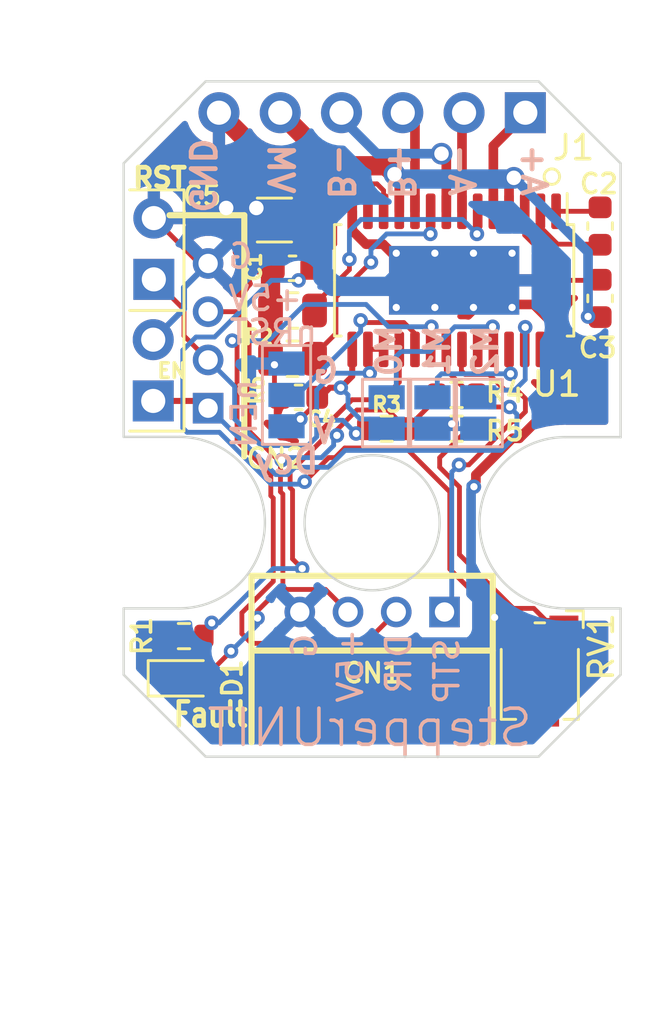
<source format=kicad_pcb>
(kicad_pcb (version 20211014) (generator pcbnew)
  (layers (0 "F.Cu" signal) (31 "B.Cu" signal) (34 "B.Paste" user) (35 "F.Paste" user) (36 "B.SilkS" user "B.Silkscreen") (37 "F.SilkS" user "F.Silkscreen") (38 "B.Mask" user) (39 "F.Mask" user) (44 "Edge.Cuts" user))
  (net 0 "")
  (net 1 "GND")
  (net 2 "Net-(C1-Pad2)")
  (net 3 "Net-(C2-Pad1)")
  (net 4 "Net-(C2-Pad2)")
  (net 5 "Net-(C3-Pad1)")
  (net 6 "+12V")
  (net 7 "+3V3")
  (net 8 "/STEP")
  (net 9 "/DIR")
  (net 10 "+5V")
  (net 11 "Net-(D1-Pad1)")
  (net 12 "Net-(R1-Pad1)")
  (net 13 "/AOUT1")
  (net 14 "/AOUT2")
  (net 15 "/BOUT1")
  (net 16 "/BOUT2")
  (net 17 "/nEN")
  (net 18 "/nRST")
  (net 19 "Net-(JP1-Pad1)")
  (net 20 "Net-(JP2-Pad1)")
  (net 21 "Net-(JP3-Pad1)")
  (net 22 "Net-(R2-Pad1)")
  (net 23 "Net-(R5-Pad1)")
  (net 24 "Net-(JP4-Pad2)")
  (net 27 "Net-(R6-Pad1)")
  (footprint "akita:CON_GROVE_H" (layer "F.Cu") (at 10.3 22 180)
    (fp_text reference "CN1" (at -1.3 -3 180) (layer "F.SilkS") (effects (font (size 0.8 0.8)) (justify right bottom)))
    (fp_text value "CON_GROVE")
    (pad "1" thru_hole rect (at -3 0 180) (size 1.27 1.27) (drill 0.8) (layers *.Cu *.Mask) (net 8 "/STEP"))
    (pad "2" thru_hole circle (at -1 0 180) (size 1.27 1.27) (drill 0.8) (layers *.Cu *.Mask) (net 9 "/DIR"))
    (pad "3" thru_hole circle (at 1 0 180) (size 1.27 1.27) (drill 0.8) (layers *.Cu *.Mask) (net 10 "+5V"))
    (pad "4" thru_hole circle (at 3 0 180) (size 1.27 1.27) (drill 0.8) (layers *.Cu *.Mask) (net 1 "GND"))
  )
  (footprint "LED_SMD:LED_0603_1608Metric" (layer "F.Cu") (at 2.5 24.75)
    (fp_text reference "D1" (at 2 0 90) (layer "F.SilkS") (effects (font (size 0.8 0.8))))
    (fp_text value "LED")
    (pad "1" smd roundrect locked (at -0.7875 0) (size 0.875 0.95) (layers "F.Cu" "F.Paste" "F.Mask") (net 11 "Net-(D1-Pad1)"))
    (pad "2" smd roundrect locked (at 0.7875 0) (size 0.875 0.95) (layers "F.Cu" "F.Paste" "F.Mask") (net 10 "+5V"))
  )
  (footprint "Resistor_SMD:R_0603_1608Metric" (layer "F.Cu") (at 10.9 14.4 180)
    (fp_text reference "R3" (at 0 1) (layer "F.SilkS") (effects (font (size 0.6 0.6))))
    (fp_text value "10k")
    (pad "1" smd roundrect (at -0.825 0 180) (size 0.8 0.95) (layers "F.Cu" "F.Paste" "F.Mask") (net 10 "+5V"))
    (pad "2" smd roundrect (at 0.825 0 180) (size 0.8 0.95) (layers "F.Cu" "F.Paste" "F.Mask") (net 18 "/nRST"))
  )
  (footprint "Connector_PinSocket_2.54mm:PinSocket_1x06_P2.54mm_Vertical" (layer "F.Cu") (at 16.65 1.3 -90)
    (fp_text reference "J1" (at 1.45 -2 180) (layer "F.SilkS"))
    (fp_text value "Conn_01x06")
    (pad "1" thru_hole rect (at 0 0 270) (size 1.7 1.7) (drill 1) (layers *.Cu *.Mask) (net 13 "/AOUT1"))
    (pad "2" thru_hole oval (at 0 2.54 270) (size 1.7 1.7) (drill 1) (layers *.Cu *.Mask) (net 14 "/AOUT2"))
    (pad "3" thru_hole oval (at 0 5.08 270) (size 1.7 1.7) (drill 1) (layers *.Cu *.Mask) (net 15 "/BOUT1"))
    (pad "4" thru_hole oval (at 0 7.62 270) (size 1.7 1.7) (drill 1) (layers *.Cu *.Mask) (net 16 "/BOUT2"))
    (pad "5" thru_hole oval (at 0 10.16 270) (size 1.7 1.7) (drill 1) (layers *.Cu *.Mask) (net 6 "+12V"))
    (pad "6" thru_hole oval (at 0 12.7 270) (size 1.7 1.7) (drill 1) (layers *.Cu *.Mask) (net 1 "GND"))
  )
  (footprint "Resistor_SMD:R_0805_2012Metric" (layer "F.Cu") (at 7 9.5 180)
    (fp_text reference "R2" (at 1.4 -1.1) (layer "F.SilkS") (effects (font (size 0.6 0.6))))
    (fp_text value "0.2")
    (pad "1" smd roundrect locked (at -0.9125 0 180) (size 1.025 1.4) (layers "F.Cu" "F.Paste" "F.Mask") (roundrect_rratio 0.243902439) (net 22 "Net-(R2-Pad1)"))
    (pad "2" smd roundrect locked (at 0.9125 0 180) (size 1.025 1.4) (layers "F.Cu" "F.Paste" "F.Mask") (roundrect_rratio 0.243902439) (net 1 "GND"))
  )
  (footprint "Connector_PinSocket_2.54mm:PinSocket_1x02_P2.54mm_Vertical" (layer "F.Cu") (at 1.225 13.25 180)
    (fp_text reference "J2" hide)
    (fp_text value "Conn_01x02")
    (pad "1" thru_hole rect (at 0 0 180) (size 1.7 1.7) (drill 1) (layers *.Cu *.Mask) (net 17 "/nEN"))
    (pad "2" thru_hole oval (at 0 2.54 180) (size 1.7 1.7) (drill 1) (layers *.Cu *.Mask) (net 1 "GND"))
  )
  (footprint "Capacitor_SMD:C_0603_1608Metric" (layer "F.Cu") (at 19.75 9 -90)
    (fp_text reference "C3" (at 2.05 0.1 180) (layer "F.SilkS") (effects (font (size 0.8 0.8))))
    (fp_text value "0.1u")
    (pad "1" smd roundrect locked (at -0.775 0 270) (size 0.9 0.95) (layers "F.Cu" "F.Paste" "F.Mask") (net 5 "Net-(C3-Pad1)"))
    (pad "2" smd roundrect locked (at 0.775 0 270) (size 0.9 0.95) (layers "F.Cu" "F.Paste" "F.Mask") (net 6 "+12V"))
  )
  (footprint "Resistor_SMD:R_0603_1608Metric" (layer "F.Cu") (at 13.8 14.4 180)
    (fp_text reference "R5" (at -2 -0.1 180) (layer "F.SilkS") (effects (font (size 0.8 0.8))))
    (fp_text value "1.5k")
    (pad "1" smd roundrect locked (at -0.825 0 180) (size 0.8 0.95) (layers "F.Cu" "F.Paste" "F.Mask") (net 23 "Net-(R5-Pad1)"))
    (pad "2" smd roundrect locked (at 0.825 0 180) (size 0.8 0.95) (layers "F.Cu" "F.Paste" "F.Mask") (net 7 "+3V3"))
  )
  (footprint "Resistor_SMD:R_0603_1608Metric" (layer "F.Cu") (at 2.5 23 180)
    (fp_text reference "R1" (at 1.75 0 90) (layer "F.SilkS") (effects (font (size 0.8 0.8))))
    (fp_text value "1k")
    (pad "1" smd roundrect locked (at -0.825 0 180) (size 0.8 0.95) (layers "F.Cu" "F.Paste" "F.Mask") (net 12 "Net-(R1-Pad1)"))
    (pad "2" smd roundrect locked (at 0.825 0 180) (size 0.8 0.95) (layers "F.Cu" "F.Paste" "F.Mask") (net 11 "Net-(D1-Pad1)"))
  )
  (footprint "Package_SO:HTSSOP-28-1EP_4.4x9.7mm_P0.65mm_EP2.85x5.4mm_ThermalVias" (layer "F.Cu") (at 13.7 8.25 -90)
    (fp_text reference "U1" (at 4.3 -4.25 180) (layer "F.SilkS"))
    (fp_text value "DRV8825")
    (pad "1" smd roundrect (at -2.8625 -4.225 270) (size 1.475 0.4) (layers "F.Cu" "F.Paste" "F.Mask") (net 4 "Net-(C2-Pad2)"))
    (pad "2" smd roundrect (at -2.8625 -3.575 270) (size 1.475 0.4) (layers "F.Cu" "F.Paste" "F.Mask") (net 3 "Net-(C2-Pad1)"))
    (pad "3" smd roundrect (at -2.8625 -2.925 270) (size 1.475 0.4) (layers "F.Cu" "F.Paste" "F.Mask") (net 5 "Net-(C3-Pad1)"))
    (pad "4" smd roundrect (at -2.8625 -2.275 270) (size 1.475 0.4) (layers "F.Cu" "F.Paste" "F.Mask") (net 6 "+12V"))
    (pad "5" smd roundrect (at -2.8625 -1.625 270) (size 1.475 0.4) (layers "F.Cu" "F.Paste" "F.Mask") (net 13 "/AOUT1"))
    (pad "6" smd roundrect (at -2.8625 -0.975 270) (size 1.475 0.4) (layers "F.Cu" "F.Paste" "F.Mask") (net 22 "Net-(R2-Pad1)"))
    (pad "7" smd roundrect (at -2.8625 -0.325 270) (size 1.475 0.4) (layers "F.Cu" "F.Paste" "F.Mask") (net 14 "/AOUT2"))
    (pad "8" smd roundrect (at -2.8625 0.325 270) (size 1.475 0.4) (layers "F.Cu" "F.Paste" "F.Mask") (net 16 "/BOUT2"))
    (pad "9" smd roundrect (at -2.8625 0.975 270) (size 1.475 0.4) (layers "F.Cu" "F.Paste" "F.Mask") (net 27 "Net-(R6-Pad1)"))
    (pad "10" smd roundrect (at -2.8625 1.625 270) (size 1.475 0.4) (layers "F.Cu" "F.Paste" "F.Mask") (net 15 "/BOUT1"))
    (pad "11" smd roundrect (at -2.8625 2.275 270) (size 1.475 0.4) (layers "F.Cu" "F.Paste" "F.Mask") (net 6 "+12V"))
    (pad "12" smd roundrect (at -2.8625 2.925 270) (size 1.475 0.4) (layers "F.Cu" "F.Paste" "F.Mask") (net 2 "Net-(C1-Pad2)"))
    (pad "13" smd roundrect (at -2.8625 3.575 270) (size 1.475 0.4) (layers "F.Cu" "F.Paste" "F.Mask") (net 2 "Net-(C1-Pad2)"))
    (pad "14" smd roundrect (at -2.8625 4.225 270) (size 1.475 0.4) (layers "F.Cu" "F.Paste" "F.Mask") (net 1 "GND"))
    (pad "15" smd roundrect (at 2.8625 4.225 270) (size 1.475 0.4) (layers "F.Cu" "F.Paste" "F.Mask") (net 7 "+3V3"))
    (pad "16" smd roundrect (at 2.8625 3.575 270) (size 1.475 0.4) (layers "F.Cu" "F.Paste" "F.Mask") (net 18 "/nRST"))
    (pad "17" smd roundrect (at 2.8625 2.925 270) (size 1.475 0.4) (layers "F.Cu" "F.Paste" "F.Mask") (net 18 "/nRST"))
    (pad "18" smd roundrect (at 2.8625 2.275 270) (size 1.475 0.4) (layers "F.Cu" "F.Paste" "F.Mask") (net 12 "Net-(R1-Pad1)"))
    (pad "19" smd roundrect (at 2.8625 1.625 270) (size 1.475 0.4) (layers "F.Cu" "F.Paste" "F.Mask") (net 24 "Net-(JP4-Pad2)"))
    (pad "20" smd roundrect (at 2.8625 0.975 270) (size 1.475 0.4) (layers "F.Cu" "F.Paste" "F.Mask") (net 9 "/DIR"))
    (pad "21" smd roundrect (at 2.8625 0.325 270) (size 1.475 0.4) (layers "F.Cu" "F.Paste" "F.Mask") (net 17 "/nEN"))
    (pad "22" smd roundrect (at 2.8625 -0.325 270) (size 1.475 0.4) (layers "F.Cu" "F.Paste" "F.Mask") (net 8 "/STEP"))
    (pad "23" smd roundrect (at 2.8625 -0.975 270) (size 1.475 0.4) (layers "F.Cu" "F.Paste" "F.Mask"))
    (pad "24" smd roundrect (at 2.8625 -1.625 270) (size 1.475 0.4) (layers "F.Cu" "F.Paste" "F.Mask") (net 19 "Net-(JP1-Pad1)"))
    (pad "25" smd roundrect (at 2.8625 -2.275 270) (size 1.475 0.4) (layers "F.Cu" "F.Paste" "F.Mask") (net 20 "Net-(JP2-Pad1)"))
    (pad "26" smd roundrect (at 2.8625 -2.925 270) (size 1.475 0.4) (layers "F.Cu" "F.Paste" "F.Mask") (net 21 "Net-(JP3-Pad1)"))
    (pad "27" smd roundrect (at 2.8625 -3.575 270) (size 1.475 0.4) (layers "F.Cu" "F.Paste" "F.Mask"))
    (pad "28" smd roundrect (at 2.8625 -4.225 270) (size 1.475 0.4) (layers "F.Cu" "F.Paste" "F.Mask") (net 1 "GND"))
    (pad "29" thru_hole circle (at -1.125 -0.8 270) (size 0.6 0.6) (drill 0.3) (layers *.Cu) (net 1 "GND"))
    (pad "29" thru_hole circle (at 1.125 -0.8 270) (size 0.6 0.6) (drill 0.3) (layers *.Cu) (net 1 "GND"))
    (pad "29" smd rect (at 0 0 270) (size 2.85 5.4) (layers "B.Cu") (net 1 "GND"))
    (pad "29" thru_hole circle (at -1.125 0.8 270) (size 0.6 0.6) (drill 0.3) (layers *.Cu) (net 1 "GND"))
    (pad "29" thru_hole circle (at -1.125 -2.4 270) (size 0.6 0.6) (drill 0.3) (layers *.Cu) (net 1 "GND"))
    (pad "29" smd rect (at 0 0 270) (size 2.85 5.4) (layers "F.Cu" "F.Mask") (net 1 "GND"))
    (pad "29" thru_hole circle (at 1.125 -2.4 270) (size 0.6 0.6) (drill 0.3) (layers *.Cu) (net 1 "GND"))
    (pad "29" thru_hole circle (at -1.125 2.4 270) (size 0.6 0.6) (drill 0.3) (layers *.Cu) (net 1 "GND"))
    (pad "29" thru_hole circle (at 1.125 2.4 270) (size 0.6 0.6) (drill 0.3) (layers *.Cu) (net 1 "GND"))
    (pad "29" thru_hole circle (at 1.125 0.8 270) (size 0.6 0.6) (drill 0.3) (layers *.Cu) (net 1 "GND"))
  )
  (footprint "Potentiometer_SMD:Potentiometer_Bourns_TC33X_Vertical" (layer "F.Cu") (at 17.25 24.55 -90)
    (fp_text reference "RV1" (at -1.1 -2.55 90) (layer "F.SilkS"))
    (fp_text value "1k")
    (pad "1" smd rect locked (at -1.8 -1 270) (size 1.2 1.2) (layers "F.Cu" "F.Paste" "F.Mask") (net 23 "Net-(R5-Pad1)"))
    (pad "2" smd rect locked (at 1.45 0 270) (size 1.5 1.6) (layers "F.Cu" "F.Paste" "F.Mask") (net 2 "Net-(C1-Pad2)"))
    (pad "3" smd rect locked (at -1.8 1 270) (size 1.2 1.2) (layers "F.Cu" "F.Paste" "F.Mask") (net 1 "GND"))
  )
  (footprint "Capacitor_SMD:C_0603_1608Metric" (layer "F.Cu") (at 19.75 6 90)
    (fp_text reference "C2" (at 1.75 -0.05 180) (layer "F.SilkS") (effects (font (size 0.8 0.8))))
    (fp_text value "0.1u")
    (pad "1" smd roundrect locked (at -0.775 0 90) (size 0.9 0.95) (layers "F.Cu" "F.Paste" "F.Mask") (net 3 "Net-(C2-Pad1)"))
    (pad "2" smd roundrect locked (at 0.775 0 90) (size 0.9 0.95) (layers "F.Cu" "F.Paste" "F.Mask") (net 4 "Net-(C2-Pad2)"))
  )
  (footprint "Resistor_SMD:R_0603_1608Metric" (layer "F.Cu") (at 13.8 13)
    (fp_text reference "R4" (at 2 -0.1) (layer "F.SilkS") (effects (font (size 0.8 0.8))))
    (fp_text value "NC")
    (pad "1" smd roundrect locked (at -0.825 0) (size 0.8 0.95) (layers "F.Cu" "F.Paste" "F.Mask") (net 10 "+5V"))
    (pad "2" smd roundrect locked (at 0.825 0) (size 0.8 0.95) (layers "F.Cu" "F.Paste" "F.Mask") (net 17 "/nEN"))
  )
  (footprint "Capacitor_SMD:C_0603_1608Metric" (layer "F.Cu") (at 7 7.75)
    (fp_text reference "C1" (at -1.6 -0.05 90) (layer "F.SilkS") (effects (font (size 0.6 0.6))))
    (fp_text value "1u")
    (pad "1" smd roundrect locked (at -0.775 0) (size 0.9 0.95) (layers "F.Cu" "F.Paste" "F.Mask") (net 1 "GND"))
    (pad "2" smd roundrect locked (at 0.775 0) (size 0.9 0.95) (layers "F.Cu" "F.Paste" "F.Mask") (net 2 "Net-(C1-Pad2)"))
  )
  (footprint "Capacitor_SMD:C_1206_3216Metric" (layer "F.Cu") (at 6.25 5.75)
    (fp_text reference "C5" (at -3 -1 180) (layer "F.SilkS") (effects (font (size 0.8 0.8))))
    (fp_text value "10u")
    (pad "1" smd roundrect locked (at -1.475 0) (size 1.15 1.8) (layers "F.Cu" "F.Paste" "F.Mask") (roundrect_rratio 0.2173913043) (net 1 "GND"))
    (pad "2" smd roundrect locked (at 1.475 0) (size 1.15 1.8) (layers "F.Cu" "F.Paste" "F.Mask") (roundrect_rratio 0.2173913043) (net 6 "+12V"))
  )
  (footprint "akita:CON_GROVE_H" (layer "F.Cu") (at 3.5 10.55 90)
    (fp_text reference "CN2" (at -5.55 1.5 180) (layer "F.SilkS") (effects (font (size 0.8 0.8)) (justify left bottom)))
    (fp_text value "CON_GROVE")
    (pad "1" thru_hole rect (at -3 0 90) (size 1.27 1.27) (drill 0.8) (layers *.Cu *.Mask) (net 17 "/nEN"))
    (pad "2" thru_hole circle (at -1 0 90) (size 1.27 1.27) (drill 0.8) (layers *.Cu *.Mask) (net 18 "/nRST"))
    (pad "3" thru_hole circle (at 1 0 90) (size 1.27 1.27) (drill 0.8) (layers *.Cu *.Mask) (net 10 "+5V"))
    (pad "4" thru_hole circle (at 3 0 90) (size 1.27 1.27) (drill 0.8) (layers *.Cu *.Mask) (net 1 "GND"))
  )
  (footprint "Capacitor_SMD:C_0603_1608Metric" (layer "F.Cu") (at 7.25 13.1)
    (fp_text reference "C4" (at 0.95 0.9 180) (layer "F.SilkS") (effects (font (size 0.6 0.6))))
    (fp_text value "0.47u")
    (pad "1" smd roundrect locked (at -0.775 0) (size 0.9 0.95) (layers "F.Cu" "F.Paste" "F.Mask") (net 1 "GND"))
    (pad "2" smd roundrect locked (at 0.775 0) (size 0.9 0.95) (layers "F.Cu" "F.Paste" "F.Mask") (net 7 "+3V3"))
  )
  (footprint "Resistor_SMD:R_0805_2012Metric" (layer "F.Cu") (at 7 11.5 180)
    (fp_text reference "R6" (at 1.5 -1.3 270) (layer "F.SilkS") (effects (font (size 0.6 0.6))))
    (fp_text value "0.2")
    (pad "1" smd roundrect locked (at -0.9125 0 180) (size 1.025 1.4) (layers "F.Cu" "F.Paste" "F.Mask") (roundrect_rratio 0.243902439) (net 27 "Net-(R6-Pad1)"))
    (pad "2" smd roundrect locked (at 0.9125 0 180) (size 1.025 1.4) (layers "F.Cu" "F.Paste" "F.Mask") (roundrect_rratio 0.243902439) (net 1 "GND"))
  )
  (footprint "Connector_PinSocket_2.54mm:PinSocket_1x02_P2.54mm_Vertical" (layer "F.Cu") (at 1.25 8.21 180)
    (fp_text reference "J3" hide)
    (fp_text value "Conn_01x02")
    (pad "1" thru_hole rect (at 0 0 180) (size 1.7 1.7) (drill 1) (layers *.Cu *.Mask) (net 18 "/nRST"))
    (pad "2" thru_hole oval (at 0 2.54 180) (size 1.7 1.7) (drill 1) (layers *.Cu *.Mask) (net 1 "GND"))
  )
  (footprint "Jumper:SolderJumper-2_P1.3mm_Open_Pad1.0x1.5mm" (layer "B.Cu") (at 12.8 13.75 -90)
    (fp_text reference "JP2" hide)
    (fp_text value "Jumper_2_Open")
    (pad "1" smd rect (at -0.65 0 270) (size 1 1.5) (layers "B.Cu" "B.Mask") (net 20 "Net-(JP2-Pad1)"))
    (pad "2" smd rect (at 0.65 0 270) (size 1 1.5) (layers "B.Cu" "B.Mask") (net 7 "+3V3"))
  )
  (footprint "Jumper:SolderJumper-3_P1.3mm_Open_Pad1.0x1.5mm" (layer "B.Cu") (at 6.75 13 90)
    (fp_text reference "JP4" hide)
    (fp_text value "SolderJumper_3_Open")
    (pad "1" smd rect (at -1.3 0 90) (size 1 1.5) (layers "B.Cu" "B.Mask") (net 7 "+3V3"))
    (pad "2" smd rect (at 0 0 90) (size 1 1.5) (layers "B.Cu" "B.Mask") (net 24 "Net-(JP4-Pad2)"))
    (pad "3" smd rect (at 1.3 0 90) (size 1 1.5) (layers "B.Cu" "B.Mask") (net 1 "GND"))
  )
  (footprint "Jumper:SolderJumper-2_P1.3mm_Open_Pad1.0x1.5mm" (layer "B.Cu") (at 10.9 13.75 -90)
    (fp_text reference "JP1" hide)
    (fp_text value "Jumper_2_Open")
    (pad "1" smd rect (at -0.65 0 270) (size 1 1.5) (layers "B.Cu" "B.Mask") (net 19 "Net-(JP1-Pad1)"))
    (pad "2" smd rect (at 0.65 0 270) (size 1 1.5) (layers "B.Cu" "B.Mask") (net 7 "+3V3"))
  )
  (footprint "Jumper:SolderJumper-2_P1.3mm_Open_Pad1.0x1.5mm" (layer "B.Cu") (at 14.7 13.75 -90)
    (fp_text reference "JP3" hide)
    (fp_text value "Jumper_2_Open")
    (pad "1" smd rect (at -0.65 0 270) (size 1 1.5) (layers "B.Cu" "B.Mask") (net 21 "Net-(JP3-Pad1)"))
    (pad "2" smd rect (at 0.65 0 270) (size 1 1.5) (layers "B.Cu" "B.Mask") (net 7 "+3V3"))
  )
  (gr_line (start 2.5 14.5) (end 0.25 14.5) (layer "F.SilkS") (width 0.12))
  (gr_line (start 2.5 9.25) (end 2.5 14.5) (layer "F.SilkS") (width 0.12))
  (gr_line (start 2.5 9.5) (end 0.25 9.5) (layer "F.SilkS") (width 0.12))
  (gr_circle (center 17.75 3.95) (end 18 4.15) (layer "F.SilkS") (width 0.12) (fill none))
  (gr_line (start 2.5 4.5) (end 2.5 9.5) (layer "F.SilkS") (width 0.12))
  (gr_line (start 2.5 4.5) (end 0.25 4.5) (layer "F.SilkS") (width 0.12))
  (gr_line (start 0 24.6) (end 0 21.85) (layer "Edge.Cuts") (width 0.1))
  (gr_line (start 0 14.74) (end 2.3 14.74) (layer "Edge.Cuts") (width 0.1))
  (gr_line (start 20.6 21.85) (end 20.6 24.6) (layer "Edge.Cuts") (width 0.1))
  (gr_line (start 3.4 0) (end 17.2 0) (layer "Edge.Cuts") (width 0.1))
  (gr_line (start 0 3.4) (end 3.4 0) (layer "Edge.Cuts") (width 0.1))
  (gr_line (start 0 14.74) (end 0 3.4) (layer "Edge.Cuts") (width 0.1))
  (gr_line (start 0 24.6) (end 3.4 28) (layer "Edge.Cuts") (width 0.1))
  (gr_line (start 3.4 28) (end 17.2 28) (layer "Edge.Cuts") (width 0.1))
  (gr_line (start 20.6 3.4) (end 17.2 0) (layer "Edge.Cuts") (width 0.1))
  (gr_arc (start 2.3 14.74) (mid 5.855 18.295) (end 2.3 21.85) (layer "Edge.Cuts") (width 0.1))
  (gr_line (start 0 21.85) (end 2.3 21.85) (layer "Edge.Cuts") (width 0.1))
  (gr_circle (center 10.3 18.3) (end 13.1 18.3) (layer "Edge.Cuts") (width 0.1) (fill none))
  (gr_line (start 18.3 21.85) (end 20.6 21.85) (layer "Edge.Cuts") (width 0.1))
  (gr_line (start 18.3 14.75) (end 20.6 14.75) (layer "Edge.Cuts") (width 0.1))
  (gr_line (start 20.6 14.76) (end 20.6 3.4) (layer "Edge.Cuts") (width 0.1))
  (gr_line (start 17.2 28) (end 20.6 24.6) (layer "Edge.Cuts") (width 0.1))
  (gr_arc (start 18.3 21.85) (mid 14.75 18.3) (end 18.3 14.75) (layer "Edge.Cuts") (width 0.1))
  (gr_text "Dcy" (at 6.75 15.75) (layer "B.SilkS") (effects (font (size 1 1) (thickness 0.2)) (justify mirror)))
  (gr_text "M0" (at 11 12.35 90) (layer "B.SilkS") (effects (font (size 1 1) (thickness 0.2)) (justify right mirror)))
  (gr_text "M1\n" (at 13 12.35 90) (layer "B.SilkS") (effects (font (size 1 1) (thickness 0.2)) (justify right mirror)))
  (gr_text "B-" (at 9 2.5 270) (layer "B.SilkS") (effects (font (size 1 1) (thickness 0.2)) (justify right mirror)))
  (gr_text "+5V" (at 4.25 9) (layer "B.SilkS") (effects (font (size 1 1)) (justify right mirror)))
  (gr_text "G" (at 7.5 22.8 90) (layer "B.SilkS") (effects (font (size 1 1)) (justify left mirror)))
  (gr_text "A+" (at 17 2.5 270) (layer "B.SilkS") (effects (font (size 1 1) (thickness 0.2)) (justify right mirror)))
  (gr_text "B+" (at 11.5 2.5 270) (layer "B.SilkS") (effects (font (size 1 1) (thickness 0.2)) (justify right mirror)))
  (gr_text "V" (at 7.75 14.5) (layer "B.SilkS") (effects (font (size 1 1) (thickness 0.2)) (justify right mirror)))
  (gr_text "DIR" (at 11.4 22.8 90) (layer "B.SilkS") (effects (font (size 1 1)) (justify left mirror)))
  (gr_text "G" (at 7.75 12) (layer "B.SilkS") (effects (font (size 1 1) (thickness 0.2)) (justify right mirror)))
  (gr_text "nRST" (at 4.3 10.4) (layer "B.SilkS") (effects (font (size 1 1)) (justify right mirror)))
  (gr_text "StepperUNIT" (at 10.2 26.8) (layer "B.SilkS") (effects (font (size 1.5 1.5)) (justify mirror)))
  (gr_text "VM" (at 6.5 2.5 270) (layer "B.SilkS") (effects (font (size 1 1) (thickness 0.2)) (justify right mirror)))
  (gr_text "+5V" (at 9.4 22.6 90) (layer "B.SilkS") (effects (font (size 1 1)) (justify left mirror)))
  (gr_text "M2" (at 15 12.35 90) (layer "B.SilkS") (effects (font (size 1 1) (thickness 0.2)) (justify right mirror)))
  (gr_text "nEN" (at 5 12.25 90) (layer "B.SilkS") (effects (font (size 1 1)) (justify left mirror)))
  (gr_text "GND" (at 3.25 2.25 270) (layer "B.SilkS") (effects (font (size 1 1) (thickness 0.2)) (justify right mirror)))
  (gr_text "A-" (at 14 2.5 270) (layer "B.SilkS") (effects (font (size 1 1) (thickness 0.2)) (justify right mirror)))
  (gr_text "STP" (at 13.4 23 90) (layer "B.SilkS") (effects (font (size 1 1)) (justify left mirror)))
  (gr_text "G" (at 4.25 7.25) (layer "B.SilkS") (effects (font (size 1 1)) (justify right mirror)))
  (gr_text "EN\n" (at 2 12) (layer "F.SilkS") (effects (font (size 0.6 0.6))))
  (gr_text "Fault" (at 3.6 26.25) (layer "F.SilkS") (effects (font (size 1 0.8) (thickness 0.1875))))
  (gr_text "RST" (at 1.5 4) (layer "F.SilkS") (effects (font (size 0.8 0.8) (thickness 0.2))))
  (segment (start 14.519289 16.805653) (end 14.519289 16.670661) (width 0.4) (layer "F.Cu") (net 1))
  (segment (start 17.925 10.175) (end 17 9.25) (width 0.4) (layer "F.Cu") (net 1))
  (segment (start 5.5 5.25) (end 5.5 7.25) (width 0.8) (layer "F.Cu") (net 1))
  (segment (start 3.13 7.55) (end 3.5 7.55) (width 0.2) (layer "F.Cu") (net 1))
  (segment (start 14.6 16.58995) (end 14.6 16.314213) (width 0.4) (layer "F.Cu") (net 1))
  (segment (start 16.25 22.75) (end 15.902178 22.75) (width 0.4) (layer "F.Cu") (net 1))
  (segment (start 14.6 16.314213) (end 16.114213 14.8) (width 0.4) (layer "F.Cu") (net 1))
  (segment (start 17.9 11.1375) (end 17.925 11.1125) (width 0.4) (layer "F.Cu") (net 1))
  (segment (start 6.0875 9.5) (end 6.0875 7.8875) (width 0.8) (layer "F.Cu") (net 1))
  (segment (start 15.902178 22.75) (end 15.376088 22.22391) (width 0.4) (layer "F.Cu") (net 1))
  (segment (start 1.25 5.67) (end 3.13 7.55) (width 0.2) (layer "F.Cu") (net 1))
  (segment (start 6.25 11.75) (end 6.25 12.875) (width 0.2) (layer "F.Cu") (net 1))
  (segment (start 3.95 1.3) (end 5 2.35) (width 0.8) (layer "F.Cu") (net 1))
  (segment (start 17 9.25) (end 16 9.25) (width 0.4) (layer "F.Cu") (net 1))
  (segment (start 5.5 7.25) (end 6 7.75) (width 0.8) (layer "F.Cu") (net 1))
  (segment (start 5 2.35) (end 5 5.25) (width 0.8) (layer "F.Cu") (net 1))
  (segment (start 9.475 6.181427) (end 10.043573 6.75) (width 0.4) (layer "F.Cu") (net 1))
  (segment (start 4.25 5.25) (end 5.5 5.25) (width 0.8) (layer "F.Cu") (net 1))
  (segment (start 16.4 14.8) (end 17.9 13.3) (width 0.4) (layer "F.Cu") (net 1))
  (segment (start 10.75 6.75) (end 11.25 7.25) (width 0.4) (layer "F.Cu") (net 1))
  (segment (start 6.0875 7.8875) (end 6.225 7.75) (width 0.8) (layer "F.Cu") (net 1))
  (segment (start 6.225 11.725) (end 6 11.5) (width 0.8) (layer "F.Cu") (net 1))
  (segment (start 17.925 11.1125) (end 17.925 10.175) (width 0.4) (layer "F.Cu") (net 1))
  (segment (start 9.475 5.3875) (end 9.475 6.181427) (width 0.4) (layer "F.Cu") (net 1))
  (segment (start 3.5 7.55) (end 4.25 6.8) (width 0.25) (layer "F.Cu") (net 1))
  (segment (start 4.25 6.8) (end 4.25 5.25) (width 0.25) (layer "F.Cu") (net 1))
  (segment (start 14.519289 16.670661) (end 14.6 16.58995) (width 0.4) (layer "F.Cu") (net 1))
  (segment (start 17.9 13.3) (end 17.9 11.1375) (width 0.4) (layer "F.Cu") (net 1))
  (segment (start 10.043573 6.75) (end 10.75 6.75) (width 0.4) (layer "F.Cu") (net 1))
  (segment (start 6.0875 9.5) (end 6.0875 11.5) (width 0.8) (layer "F.Cu") (net 1))
  (segment (start 16.114213 14.8) (end 16.4 14.8) (width 0.4) (layer "F.Cu") (net 1))
  (segment (start 6.25 12.875) (end 6.475 13.1) (width 0.2) (layer "F.Cu") (net 1))
  (via (at 5.5 5.25) (size 0.9) (drill 0.6) (layers "F.Cu" "B.Cu") (net 1))
  (via (at 4.25 5.25) (size 0.9) (drill 0.6) (layers "F.Cu" "B.Cu") (net 1))
  (via (at 6.25 11.75) (size 0.6) (drill 0.3) (layers "F.Cu" "B.Cu") (net 1))
  (via (at 15.376088 22.22391) (size 0.6) (drill 0.3) (layers "F.Cu" "B.Cu") (net 1))
  (via (at 14.519289 16.805653) (size 0.6) (drill 0.3) (layers "F.Cu" "B.Cu") (net 1))
  (segment (start 14.449498 23.1505) (end 8.4505 23.1505) (width 0.2) (layer "B.Cu") (net 1))
  (segment (start 8.640697 8.5) (end 8.25 8.109303) (width 0.8) (layer "B.Cu") (net 1))
  (segment (start 6.75 11.7) (end 6.3 11.7) (width 0.2) (layer "B.Cu") (net 1))
  (segment (start 8.25 8.109303) (end 8.25 6.25) (width 0.8) (layer "B.Cu") (net 1))
  (segment (start 14.519289 16.805653) (end 14.4 16.924942) (width 0.4) (layer "B.Cu") (net 1))
  (segment (start 6.7255 12) (end 7.0255 11.7) (width 0.2) (layer "B.Cu") (net 1))
  (segment (start 6.3 11.7) (end 6.25 11.75) (width 0.2) (layer "B.Cu") (net 1))
  (segment (start 4.25 5.25) (end 5.5 5.25) (width 0.8) (layer "B.Cu") (net 1))
  (segment (start 15.376088 22.22391) (end 14.449498 23.1505) (width 0.2) (layer "B.Cu") (net 1))
  (segment (start 14.4 16.924942) (end 14.4 21.247822) (width 0.4) (layer "B.Cu") (net 1))
  (segment (start 2.5 9.435) (end 2.5 8.55) (width 0.25) (layer "B.Cu") (net 1))
  (segment (start 8.25 6.25) (end 7.25 5.25) (width 0.8) (layer "B.Cu") (net 1))
  (segment (start 1.225 10.71) (end 2.5 9.435) (width 0.25) (layer "B.Cu") (net 1))
  (segment (start 7.25 5.25) (end 5.5 5.25) (width 0.8) (layer "B.Cu") (net 1))
  (segment (start 11 8.5) (end 8.640697 8.5) (width 0.8) (layer "B.Cu") (net 1))
  (segment (start 6.25 12) (end 6.7255 12) (width 0.2) (layer "B.Cu") (net 1))
  (segment (start 8.4505 23.1505) (end 7.3 22) (width 0.2) (layer "B.Cu") (net 1))
  (segment (start 2.5 8.55) (end 3.5 7.55) (width 0.25) (layer "B.Cu") (net 1))
  (segment (start 11.25 8.25) (end 11 8.5) (width 0.8) (layer "B.Cu") (net 1))
  (segment (start 14.4 21.247822) (end 15.376088 22.22391) (width 0.4) (layer "B.Cu") (net 1))
  (segment (start 13.519289 17.019289) (end 13.519289 20.219289) (width 0.2) (layer "F.Cu") (net 2))
  (segment (start 9 4.25) (end 8.75 4.5) (width 0.2) (layer "F.Cu") (net 2))
  (segment (start 8.4995 15.6) (end 8.764317 15.6) (width 0.2) (layer "F.Cu") (net 2))
  (segment (start 8.75 4.5) (end 8.75 6.75) (width 0.2) (layer "F.Cu") (net 2))
  (segment (start 14.776577 24.276577) (end 16.5 26) (width 0.2) (layer "F.Cu") (net 2))
  (segment (start 10 4.25) (end 9 4.25) (width 0.2) (layer "F.Cu") (net 2))
  (segment (start 8.764317 15.6) (end 9.164317 15.2) (width 0.2) (layer "F.Cu") (net 2))
  (segment (start 16.5 26) (end 17.25 26) (width 0.2) (layer "F.Cu") (net 2))
  (segment (start 11.7 15.2) (end 13.519289 17.019289) (width 0.2) (layer "F.Cu") (net 2))
  (segment (start 8.75 6.75) (end 7.75 7.75) (width 0.2) (layer "F.Cu") (net 2))
  (segment (start 10.125 4.375) (end 10 4.25) (width 0.2) (layer "F.Cu") (net 2))
  (segment (start 7.5 16.5995) (end 8.4995 15.6) (width 0.2) (layer "F.Cu") (net 2))
  (segment (start 13.519289 20.219289) (end 14.776577 21.476577) (width 0.2) (layer "F.Cu") (net 2))
  (segment (start 10.5 4.25) (end 10 4.25) (width 0.2) (layer "F.Cu") (net 2))
  (segment (start 10.775 5.3875) (end 10.775 4.525) (width 0.2) (layer "F.Cu") (net 2))
  (segment (start 9.164317 15.2) (end 11.7 15.2) (width 0.2) (layer "F.Cu") (net 2))
  (segment (start 10.125 5.3875) (end 10.125 4.375) (width 0.2) (layer "F.Cu") (net 2))
  (segment (start 14.776577 21.476577) (end 14.776577 24.276577) (width 0.2) (layer "F.Cu") (net 2))
  (segment (start 10.775 4.525) (end 10.5 4.25) (width 0.2) (layer "F.Cu") (net 2))
  (via (at 7.5 16.5995) (size 0.6) (drill 0.3) (layers "F.Cu" "B.Cu") (net 2))
  (via (at 7.25 8.25) (size 0.6) (drill 0.3) (layers "F.Cu" "B.Cu") (net 2))
  (segment (start 6.121599 8.25) (end 7.25 8.25) (width 0.2) (layer "B.Cu") (net 2))
  (segment (start 3.968578 14.55) (end 2.630978 14.55) (width 0.2) (layer "B.Cu") (net 2))
  (segment (start 2.45 14.369022) (end 2.45 11.147423) (width 0.2) (layer "B.Cu") (net 2))
  (segment (start 2.630978 14.55) (end 2.45 14.369022) (width 0.2) (layer "B.Cu") (net 2))
  (segment (start 2.997423 10.6) (end 3.771599 10.6) (width 0.2) (layer "B.Cu") (net 2))
  (segment (start 3.771599 10.6) (end 6.121599 8.25) (width 0.2) (layer "B.Cu") (net 2))
  (segment (start 2.45 11.147423) (end 2.997423 10.6) (width 0.2) (layer "B.Cu") (net 2))
  (segment (start 7.399 16.7005) (end 6.119078 16.7005) (width 0.2) (layer "B.Cu") (net 2))
  (segment (start 7.5 16.5995) (end 7.399 16.7005) (width 0.2) (layer "B.Cu") (net 2))
  (segment (start 6.119078 16.7005) (end 3.968578 14.55) (width 0.2) (layer "B.Cu") (net 2))
  (segment (start 19.5 6.75) (end 19.75 7) (width 0.2) (layer "F.Cu") (net 3))
  (segment (start 17.984994 6.75) (end 19.5 6.75) (width 0.2) (layer "F.Cu") (net 3))
  (segment (start 17.275 6.040006) (end 17.984994 6.75) (width 0.2) (layer "F.Cu") (net 3))
  (segment (start 17.275 5.3875) (end 17.275 6.040006) (width 0.2) (layer "F.Cu") (net 3))
  (segment (start 19.6125 5.3875) (end 19.75 5.25) (width 0.2) (layer "F.Cu") (net 4))
  (segment (start 17.925 5.3875) (end 19.6125 5.3875) (width 0.2) (layer "F.Cu") (net 4))
  (segment (start 18.5 8.25) (end 19.75 8.25) (width 0.2) (layer "F.Cu") (net 5))
  (segment (start 16.625 6.375) (end 18.5 8.25) (width 0.2) (layer "F.Cu") (net 5))
  (segment (start 16.625 5.3875) (end 16.625 6.375) (width 0.2) (layer "F.Cu") (net 5))
  (segment (start 15.975 4.1995) (end 16.1745 4) (width 0.4) (layer "F.Cu") (net 6))
  (segment (start 15.975 5.3875) (end 15.975 4.1995) (width 0.4) (layer "F.Cu") (net 6))
  (segment (start 7.75 2.56) (end 7.75 3.25) (width 0.8) (layer "F.Cu") (net 6))
  (segment (start 8 3.5) (end 7.75 3.25) (width 0.8) (layer "F.Cu") (net 6))
  (segment (start 11.2255 3.8495) (end 10.876 3.5) (width 0.8) (layer "F.Cu") (net 6))
  (segment (start 11.2255 3.8495) (end 11.425 4.049) (width 0.4) (layer "F.Cu") (net 6))
  (segment (start 6.49 1.3) (end 7.75 2.56) (width 0.8) (layer "F.Cu") (net 6))
  (segment (start 19.25 9.75) (end 19.75 9.75) (width 0.4) (layer "F.Cu") (net 6))
  (segment (start 7.75 3.25) (end 7.75 5.28573) (width 0.8) (layer "F.Cu") (net 6))
  (segment (start 11.425 4.049) (end 11.425 5.3875) (width 0.4) (layer "F.Cu") (net 6))
  (segment (start 10.876 3.5) (end 8 3.5) (width 0.8) (layer "F.Cu") (net 6))
  (via (at 11.2255 3.8495) (size 0.9) (drill 0.6) (layers "F.Cu" "B.Cu") (net 6))
  (via (at 19.25 9.75) (size 0.6) (drill 0.3) (layers "F.Cu" "B.Cu") (net 6))
  (via (at 16.1745 4) (size 0.9) (drill 0.6) (layers "F.Cu" "B.Cu") (net 6))
  (segment (start 11.425511 4.049511) (end 16.124989 4.049511) (width 0.8) (layer "B.Cu") (net 6))
  (segment (start 16.1745 4) (end 19.25 7.0755) (width 0.4) (layer "B.Cu") (net 6))
  (segment (start 19.25 7.0755) (end 19.25 9.75) (width 0.4) (layer "B.Cu") (net 6))
  (segment (start 16.124989 4.049511) (end 16.1745 4) (width 0.8) (layer "B.Cu") (net 6))
  (segment (start 11.2255 3.8495) (end 11.425511 4.049511) (width 0.8) (layer "B.Cu") (net 6))
  (segment (start 13.175 14.424502) (end 13.399502 14.2) (width 0.25) (layer "F.Cu") (net 7))
  (segment (start 9 12.7) (end 9.475 12.225) (width 0.25) (layer "F.Cu") (net 7))
  (segment (start 8.55 12.7) (end 8 13.25) (width 0.25) (layer "F.Cu") (net 7))
  (segment (start 13.399502 14.2) (end 13.6 14.2) (width 0.25) (layer "F.Cu") (net 7))
  (segment (start 8.025 13.1) (end 8.025 13.300549) (width 0.2) (layer "F.Cu") (net 7))
  (segment (start 8.025 13.300549) (end 7.326047 13.999502) (width 0.2) (layer "F.Cu") (net 7))
  (segment (start 9 12.7) (end 8.55 12.7) (width 0.25) (layer "F.Cu") (net 7))
  (segment (start 9.475 12.225) (end 9.475 11.1125) (width 0.25) (layer "F.Cu") (net 7))
  (via (at 13.6 14.2) (size 0.6) (drill 0.3) (layers "F.Cu" "B.Cu") (net 7))
  (via (at 7.326047 13.999502) (size 0.6) (drill 0.3) (layers "F.Cu" "B.Cu") (net 7))
  (via (at 9 12.7) (size 0.6) (drill 0.3) (layers "F.Cu" "B.Cu") (net 7))
  (segment (start 13 14.4) (end 15 14.4) (width 0.2) (layer "B.Cu") (net 7))
  (segment (start 9.3 13.5) (end 9.8005 14.0005) (width 0.2) (layer "B.Cu") (net 7))
  (segment (start 11 14.4) (end 11.15 14.25) (width 0.2) (layer "B.Cu") (net 7))
  (segment (start 12.85 14.25) (end 13 14.4) (width 0.2) (layer "B.Cu") (net 7))
  (segment (start 11.15 14.25) (end 12.85 14.25) (width 0.2) (layer "B.Cu") (net 7))
  (segment (start 15 14.4) (end 14.75 14.65) (width 0.2) (layer "B.Cu") (net 7))
  (segment (start 9.3 13) (end 9.3 13.5) (width 0.2) (layer "B.Cu") (net 7))
  (segment (start 9 12.7) (end 9.3 13) (width 0.2) (layer "B.Cu") (net 7))
  (segment (start 9.8005 14.0005) (end 10.233791 14.0005) (width 0.2) (layer "B.Cu") (net 7))
  (segment (start 16.248529 14.1) (end 16.653553 13.694976) (width 0.2) (layer "F.Cu") (net 8))
  (segment (start 14.15 12.15) (end 14 12) (width 0.2) (layer "F.Cu") (net 8))
  (segment (start 16.3 12.8) (end 15.8 12.8) (width 0.2) (layer "F.Cu") (net 8))
  (segment (start 16.107107 14.1) (end 16.248529 14.1) (width 0.2) (layer "F.Cu") (net 8))
  (segment (start 13.9 15.8995) (end 14.307607 15.8995) (width 0.2) (layer "F.Cu") (net 8))
  (segment (start 16.653553 13.153553) (end 16.3 12.8) (width 0.2) (layer "F.Cu") (net 8))
  (segment (start 15.15 12.15) (end 14.15 12.15) (width 0.2) (layer "F.Cu") (net 8))
  (segment (start 15.8 12.8) (end 15.15 12.15) (width 0.2) (layer "F.Cu") (net 8))
  (segment (start 14 12) (end 14 11) (width 0.2) (layer "F.Cu") (net 8))
  (segment (start 14.307607 15.8995) (end 16.107107 14.1) (width 0.2) (layer "F.Cu") (net 8))
  (segment (start 16.653553 13.694976) (end 16.653553 13.153553) (width 0.2) (layer "F.Cu") (net 8))
  (via (at 13.9 15.8995) (size 0.6) (drill 0.3) (layers "F.Cu" "B.Cu") (net 8))
  (segment (start 13.6 16.1995) (end 13.6 21.65) (width 0.2) (layer "B.Cu") (net 8))
  (segment (start 13.6 21.65) (end 13.25 22) (width 0.2) (layer "B.Cu") (net 8))
  (segment (start 13.9 15.8995) (end 13.6 16.1995) (width 0.2) (layer "B.Cu") (net 8))
  (segment (start 10 23.3) (end 11.3 22) (width 0.2) (layer "F.Cu") (net 9))
  (segment (start 6.2 20.734314) (end 4.9 22.034314) (width 0.2) (layer "F.Cu") (net 9))
  (segment (start 6.2 17.279399) (end 6.2 20.734314) (width 0.2) (layer "F.Cu") (net 9))
  (segment (start 4.7 14.9) (end 6.1 16.3) (width 0.2) (layer "F.Cu") (net 9))
  (segment (start 4.9 22.034314) (end 4.9 22.9) (width 0.2) (layer "F.Cu") (net 9))
  (segment (start 6.1 16.3) (end 6.1 17.179399) (width 0.2) (layer "F.Cu") (net 9))
  (segment (start 4.9 22.9) (end 5.3 23.3) (width 0.2) (layer "F.Cu") (net 9))
  (segment (start 4.7 10.95) (end 4.7 14.9) (width 0.2) (layer "F.Cu") (net 9))
  (segment (start 6.1 17.179399) (end 6.2 17.279399) (width 0.2) (layer "F.Cu") (net 9))
  (segment (start 5.3 23.3) (end 10 23.3) (width 0.2) (layer "F.Cu") (net 9))
  (segment (start 12.725 10.205751) (end 12.756251 10.1745) (width 0.2) (layer "F.Cu") (net 9))
  (segment (start 4.5 10.75) (end 4.7 10.95) (width 0.2) (layer "F.Cu") (net 9))
  (segment (start 12.725 11.1125) (end 12.725 10.205751) (width 0.2) (layer "F.Cu") (net 9))
  (via (at 4.5 10.75) (size 0.6) (drill 0.3) (layers "F.Cu" "B.Cu") (net 9))
  (via (at 12.756251 10.1745) (size 0.6) (drill 0.3) (layers "F.Cu" "B.Cu") (net 9))
  (segment (start 6 10.75) (end 7.5 9.25) (width 0.2) (layer "B.Cu") (net 9))
  (segment (start 4.5 10.75) (end 6 10.75) (width 0.2) (layer "B.Cu") (net 9))
  (segment (start 10.9745 10.1745) (end 12.756251 10.1745) (width 0.2) (layer "B.Cu") (net 9))
  (segment (start 7.5 9.25) (end 10.05 9.25) (width 0.2) (layer "B.Cu") (net 9))
  (segment (start 10.05 9.25) (end 10.9745 10.1745) (width 0.2) (layer "B.Cu") (net 9))
  (segment (start 3.5 9.55) (end 4.647183 9.55) (width 0.2) (layer "F.Cu") (net 10))
  (segment (start 6.6 20.930978) (end 6.734511 21.065489) (width 0.2) (layer "F.Cu") (net 10))
  (segment (start 6.434511 21.065489) (end 5.55 21.95) (width 0.2) (layer "F.Cu") (net 10))
  (segment (start 9.3 22) (end 8.365489 21.065489) (width 0.2) (layer "F.Cu") (net 10))
  (segment (start 4.647183 9.55) (end 5.2 10.102817) (width 0.2) (layer "F.Cu") (net 10))
  (segment (start 5.55 21.95) (end 5.55 22.2495) (width 0.2) (layer "F.Cu") (net 10))
  (segment (start 8.365489 21.065489) (end 6.734511 21.065489) (width 0.2) (layer "F.Cu") (net 10))
  (segment (start 8.83803 14.454863) (end 9.667893 13.625) (width 0.2) (layer "F.Cu") (net 10))
  (segment (start 12.975 13.15) (end 11.725 14.4) (width 0.2) (layer "F.Cu") (net 10))
  (segment (start 8.83803 14.677758) (end 8.83803 14.454863) (width 0.2) (layer "F.Cu") (net 10))
  (segment (start 6.6 17.113714) (end 6.6 20.930978) (width 0.2) (layer "F.Cu") (net 10))
  (segment (start 6.5 15.7505) (end 6.5 17.013714) (width 0.2) (layer "F.Cu") (net 10))
  (segment (start 12.975 13) (end 12.975 13.15) (width 0.2) (layer "F.Cu") (net 10))
  (segment (start 6.5 17.013714) (end 6.6 17.113714) (width 0.2) (layer "F.Cu") (net 10))
  (segment (start 4.45 23.625) (end 3.325 24.75) (width 0.2) (layer "F.Cu") (net 10))
  (segment (start 6.734511 21.065489) (end 6.434511 21.065489) (width 0.2) (layer "F.Cu") (net 10))
  (segment (start 10.95 13.625) (end 11.725 14.4) (width 0.2) (layer "F.Cu") (net 10))
  (segment (start 9.667893 13.625) (end 10.95 13.625) (width 0.2) (layer "F.Cu") (net 10))
  (segment (start 5.55 22.2495) (end 5.5505 22.25) (width 0.2) (layer "F.Cu") (net 10))
  (segment (start 5.2 14.5) (end 6.6 15.9) (width 0.2) (layer "F.Cu") (net 10))
  (segment (start 6.55 15.7005) (end 6.5 15.7505) (width 0.2) (layer "F.Cu") (net 10))
  (segment (start 5.2 10.102817) (end 5.2 14.5) (width 0.2) (layer "F.Cu") (net 10))
  (segment (start 6.55 15.85) (end 6.6 15.9) (width 0.2) (layer "F.Cu") (net 10))
  (via (at 8.83803 14.677758) (size 0.6) (drill 0.3) (layers "F.Cu" "B.Cu") (net 10))
  (via (at 6.55 15.7005) (size 0.6) (drill 0.3) (layers "F.Cu" "B.Cu") (net 10))
  (via (at 4.45 23.625) (size 0.6) (drill 0.3) (layers "F.Cu" "B.Cu") (net 10))
  (via (at 5.5505 22.25) (size 0.6) (drill 0.3) (layers "F.Cu" "B.Cu") (net 10))
  (segment (start 8.2 15.6) (end 8.70424 15.09576) (width 0.2) (layer "B.Cu") (net 10))
  (segment (start 5.5505 22.5245) (end 4.45 23.625) (width 0.2) (layer "B.Cu") (net 10))
  (segment (start 6.6505 15.6) (end 8.2 15.6) (width 0.2) (layer "B.Cu") (net 10))
  (segment (start 8.70424 15.09576) (end 8.70424 14.6005) (width 0.2) (layer "B.Cu") (net 10))
  (segment (start 5.5505 22.25) (end 5.5505 22.5245) (width 0.2) (layer "B.Cu") (net 10))
  (segment (start 6.55 15.7005) (end 6.6505 15.6) (width 0.2) (layer "B.Cu") (net 10))
  (segment (start 1.7125 24.75) (end 1.7125 23.0375) (width 0.25) (layer "F.Cu") (net 11))
  (segment (start 9.467259 13.2) (end 10.7 13.2) (width 0.2) (layer "F.Cu") (net 12))
  (segment (start 8.23803 14.860999) (end 8.23803 14.429229) (width 0.2) (layer "F.Cu") (net 12))
  (segment (start 11.425 12.475) (end 11.425 11.1125) (width 0.2) (layer "F.Cu") (net 12))
  (segment (start 7 19.8) (end 7 16.948029) (width 0.2) (layer "F.Cu") (net 12))
  (segment (start 6.9 16.199029) (end 8.23803 14.860999) (width 0.2) (layer "F.Cu") (net 12))
  (segment (start 7 16.948029) (end 6.9 16.848029) (width 0.2) (layer "F.Cu") (net 12))
  (segment (start 3.65 22.45) (end 3.65 22.6375) (width 0.2) (layer "F.Cu") (net 12))
  (segment (start 10.7 13.2) (end 11.425 12.475) (width 0.2) (layer "F.Cu") (net 12))
  (segment (start 8.23803 14.429229) (end 9.467259 13.2) (width 0.2) (layer "F.Cu") (net 12))
  (segment (start 6.9 16.848029) (end 6.9 16.199029) (width 0.2) (layer "F.Cu") (net 12))
  (segment (start 7.4 20.2) (end 7 19.8) (width 0.2) (layer "F.Cu") (net 12))
  (via (at 7.4 20.2) (size 0.6) (drill 0.3) (layers "F.Cu" "B.Cu") (net 12))
  (via (at 3.65 22.45) (size 0.6) (drill 0.3) (layers "F.Cu" "B.Cu") (net 12))
  (segment (start 7.4 20.2) (end 6.2 20.2) (width 0.2) (layer "B.Cu") (net 12))
  (segment (start 3.95 22.45) (end 3.65 22.45) (width 0.2) (layer "B.Cu") (net 12))
  (segment (start 6.2 20.2) (end 3.95 22.45) (width 0.2) (layer "B.Cu") (net 12))
  (segment (start 15.325 2.675) (end 16.75 1.25) (width 0.4) (layer "F.Cu") (net 13))
  (segment (start 15.325 5.3875) (end 15.325 2.675) (width 0.4) (layer "F.Cu") (net 13))
  (segment (start 14.025 1.525) (end 14 1.5) (width 0.4) (layer "F.Cu") (net 14))
  (segment (start 14.025 5.3875) (end 14.025 1.525) (width 0.4) (layer "F.Cu") (net 14))
  (segment (start 12.075 1.825) (end 11.5 1.25) (width 0.4) (layer "F.Cu") (net 15))
  (segment (start 12.075 5.3875) (end 12.075 1.825) (width 0.4) (layer "F.Cu") (net 15))
  (segment (start 13.375 5.3875) (end 13.375 3.1995) (width 0.4) (layer "F.Cu") (net 16))
  (segment (start 13.375 3.1995) (end 13.1755 3) (width 0.4) (layer "F.Cu") (net 16))
  (via (at 13.1755 3) (size 0.9) (drill 0.6) (layers "F.Cu" "B.Cu") (net 16))
  (segment (start 13.1755 3) (end 10.5 3) (width 0.4) (layer "B.Cu") (net 16))
  (segment (start 10.5 3) (end 9 1.5) (width 0.4) (layer "B.Cu") (net 16))
  (segment (start 16 13.5) (end 15.125 13.5) (width 0.2) (layer "F.Cu") (net 17))
  (segment (start 1.225 13.25) (end 3 13.25) (width 0.25) (layer "F.Cu") (net 17))
  (segment (start 14.4 13) (end 14.625 13) (width 0.2) (layer "F.Cu") (net 17))
  (segment (start 13.375 11.1125) (end 13.375 11.975) (width 0.2) (layer "F.Cu") (net 17))
  (segment (start 13.375 11.975) (end 14.4 13) (width 0.2) (layer "F.Cu") (net 17))
  (segment (start 15.125 13.5) (end 14.625 13) (width 0.2) (layer "F.Cu") (net 17))
  (via (at 16 13.5) (size 0.6) (drill 0.3) (layers "F.Cu" "B.Cu") (net 17))
  (segment (start 16.3 13.8) (end 16.3 14.65) (width 0.2) (layer "B.Cu") (net 17))
  (segment (start 7.099029 16) (end 6.798529 16.3005) (width 0.2) (layer "B.Cu") (net 17))
  (segment (start 15.65 15.3) (end 9.179235 15.3) (width 0.2) (layer "B.Cu") (net 17))
  (segment (start 6.798529 16.3005) (end 6.3005 16.3005) (width 0.2) (layer "B.Cu") (net 17))
  (segment (start 16.3 14.65) (end 15.65 15.3) (width 0.2) (layer "B.Cu") (net 17))
  (segment (start 9.179235 15.3) (end 8.479235 16) (width 0.2) (layer "B.Cu") (net 17))
  (segment (start 6.3005 16.3005) (end 3.55 13.55) (width 0.2) (layer "B.Cu") (net 17))
  (segment (start 16 13.5) (end 16.3 13.8) (width 0.2) (layer "B.Cu") (net 17))
  (segment (start 8.479235 16) (end 7.099029 16) (width 0.2) (layer "B.Cu") (net 17))
  (segment (start 3.55 13.55) (end 3.5 13.55) (width 0.2) (layer "B.Cu") (net 17))
  (segment (start 9.633791 14.6005) (end 9.834291 14.4) (width 0.2) (layer "F.Cu") (net 18))
  (segment (start 10.2 11.840685) (end 10.125 11.765685) (width 0.2) (layer "F.Cu") (net 18))
  (segment (start 2.5 10.55) (end 3.5 11.55) (width 0.2) (layer "F.Cu") (net 18))
  (segment (start 10.775 11.1125) (end 10.125 11.1125) (width 0.2) (layer "F.Cu") (net 18))
  (segment (start 10.2 12.1) (end 10.2 11.840685) (width 0.2) (layer "F.Cu") (net 18))
  (segment (start 9.834291 14.4) (end 10.075 14.4) (width 0.2) (layer "F.Cu") (net 18))
  (segment (start 10.125 11.765685) (end 10.125 11.1125) (width 0.2) (layer "F.Cu") (net 18))
  (segment (start 1.25 8.21) (end 1.25 8.25) (width 0.25) (layer "F.Cu") (net 18))
  (segment (start 2.5 9.46) (end 2.5 10.55) (width 0.2) (layer "F.Cu") (net 18))
  (segment (start 1.25 8.21) (end 2.5 9.46) (width 0.2) (layer "F.Cu") (net 18))
  (via (at 10.2 12.1) (size 0.6) (drill 0.3) (layers "F.Cu" "B.Cu") (net 18))
  (via (at 9.633791 14.6005) (size 0.6) (drill 0.3) (layers "F.Cu" "B.Cu") (net 18))
  (segment (start 8 12.8) (end 8.7 12.1) (width 0.2) (layer "B.Cu") (net 18))
  (segment (start 4.6 12.65) (end 4.6 14) (width 0.2) (layer "B.Cu") (net 18))
  (segment (start 3.5 11.55) (end 4.6 12.65) (width 0.2) (layer "B.Cu") (net 18))
  (segment (start 8.7 12.1) (end 10.2 12.1) (width 0.2) (layer "B.Cu") (net 18))
  (segment (start 4.6 14) (end 5.699511 15.099511) (width 0.2) (layer "B.Cu") (net 18))
  (segment (start 9.633791 14.6005) (end 9.085661 14.05237) (width 0.2) (layer "B.Cu") (net 18))
  (segment (start 7.639543 15.099511) (end 8 14.739054) (width 0.2) (layer "B.Cu") (net 18))
  (segment (start 8.04763 14.05237) (end 8 14.1) (width 0.2) (layer "B.Cu") (net 18))
  (segment (start 8 14.739054) (end 8 14.1) (width 0.2) (layer "B.Cu") (net 18))
  (segment (start 9.085661 14.05237) (end 8.04763 14.05237) (width 0.2) (layer "B.Cu") (net 18))
  (segment (start 8 14.1) (end 8 12.8) (width 0.2) (layer "B.Cu") (net 18))
  (segment (start 5.699511 15.099511) (end 7.639543 15.099511) (width 0.2) (layer "B.Cu") (net 18))
  (segment (start 15.325 10.205751) (end 15.325 11.1125) (width 0.2) (layer "F.Cu") (net 19))
  (segment (start 15.29375 10.174501) (end 15.325 10.205751) (width 0.2) (layer "F.Cu") (net 19))
  (via (at 15.29375 10.174501) (size 0.6) (drill 0.3) (layers "F.Cu" "B.Cu") (net 19))
  (segment (start 11.299511 11.400489) (end 11.5 11.2) (width 0.2) (layer "B.Cu") (net 19))
  (segment (start 11 13.1) (end 11.299511 12.800489) (width 0.2) (layer "B.Cu") (net 19))
  (segment (start 12.7 11.2) (end 13.725499 10.174501) (width 0.2) (layer "B.Cu") (net 19))
  (segment (start 13.725499 10.174501) (end 15.29375 10.174501) (width 0.2) (layer "B.Cu") (net 19))
  (segment (start 11.299511 12.800489) (end 11.299511 11.400489) (width 0.2) (layer "B.Cu") (net 19))
  (segment (start 11.5 11.2) (end 12.7 11.2) (width 0.2) (layer "B.Cu") (net 19))
  (segment (start 15.975 12.063019) (end 16.037479 12.125498) (width 0.2) (layer "F.Cu") (net 20))
  (segment (start 15.975 11.1125) (end 15.975 12.063019) (width 0.2) (layer "F.Cu") (net 20))
  (via (at 16.037479 12.125498) (size 0.6) (drill 0.3) (layers "F.Cu" "B.Cu") (net 20))
  (segment (start 13.174502 12.125498) (end 16.037479 12.125498) (width 0.2) (layer "B.Cu") (net 20))
  (segment (start 13 13.1) (end 13 12.3) (width 0.2) (layer "B.Cu") (net 20))
  (segment (start 13 12.3) (end 13.174502 12.125498) (width 0.2) (layer "B.Cu") (net 20))
  (segment (start 16.645169 10.194501) (end 16.625 10.21467) (width 0.2) (layer "F.Cu") (net 21))
  (segment (start 16.625 10.21467) (end 16.625 11.1125) (width 0.2) (layer "F.Cu") (net 21))
  (via (at 16.645169 10.194501) (size 0.6) (drill 0.3) (layers "F.Cu" "B.Cu") (net 21))
  (segment (start 15 13.1) (end 15.3 12.8) (width 0.2) (layer "B.Cu") (net 21))
  (segment (start 15.3 12.8) (end 16.210815 12.8) (width 0.2) (layer "B.Cu") (net 21))
  (segment (start 16.645169 12.365646) (end 16.645169 10.194501) (width 0.2) (layer "B.Cu") (net 21))
  (segment (start 16.210815 12.8) (end 16.645169 12.365646) (width 0.2) (layer "B.Cu") (net 21))
  (segment (start 14.675 5.3875) (end 14.675 6.294249) (width 0.2) (layer "F.Cu") (net 22))
  (segment (start 14.675 6.294249) (end 14.643749 6.3255) (width 0.2) (layer "F.Cu") (net 22))
  (segment (start 7.6625 9.5) (end 9.357589 7.804911) (width 0.2) (layer "F.Cu") (net 22))
  (segment (start 9.357589 7.804911) (end 9.357589 7.375839) (width 0.2) (layer "F.Cu") (net 22))
  (via (at 14.643749 6.3255) (size 0.6) (drill 0.3) (layers "F.Cu" "B.Cu") (net 22))
  (via (at 9.357589 7.375839) (size 0.6) (drill 0.3) (layers "F.Cu" "B.Cu") (net 22))
  (segment (start 9.837477 5.725987) (end 14.044236 5.725987) (width 0.2) (layer "B.Cu") (net 22))
  (segment (start 9.357589 6.205875) (end 9.837477 5.725987) (width 0.2) (layer "B.Cu") (net 22))
  (segment (start 9.357589 7.375839) (end 9.357589 6.205875) (width 0.2) (layer "B.Cu") (net 22))
  (segment (start 14.044236 5.725987) (end 14.643749 6.3255) (width 0.2) (layer "B.Cu") (net 22))
  (segment (start 17.000489 21.850489) (end 16.150489 21.850489) (width 0.2) (layer "F.Cu") (net 23))
  (segment (start 13.919289 16.819289) (end 13.1 16) (width 0.2) (layer "F.Cu") (net 23))
  (segment (start 13.1 15.6) (end 14.3 14.4) (width 0.2) (layer "F.Cu") (net 23))
  (segment (start 13.919289 19.619289) (end 13.919289 16.819289) (width 0.2) (layer "F.Cu") (net 23))
  (segment (start 17.85 22.35) (end 17.5 22.35) (width 0.2) (layer "F.Cu") (net 23))
  (segment (start 17.5 22.35) (end 17.000489 21.850489) (width 0.2) (layer "F.Cu") (net 23))
  (segment (start 13.1 16) (end 13.1 15.6) (width 0.2) (layer "F.Cu") (net 23))
  (segment (start 16.150489 21.850489) (end 13.919289 19.619289) (width 0.2) (layer "F.Cu") (net 23))
  (segment (start 14.3 14.4) (end 14.475 14.4) (width 0.2) (layer "F.Cu") (net 23))
  (segment (start 11.615006 10) (end 12.075 10.459994) (width 0.2) (layer "F.Cu") (net 24))
  (segment (start 9.913111 10) (end 11.615006 10) (width 0.2) (layer "F.Cu") (net 24))
  (segment (start 12.075 10.459994) (end 12.075 11.1125) (width 0.2) (layer "F.Cu") (net 24))
  (segment (start 9.823491 9.91038) (end 9.913111 10) (width 0.2) (layer "F.Cu") (net 24))
  (via (at 9.823491 9.91038) (size 0.6) (drill 0.3) (layers "F.Cu" "B.Cu") (net 24))
  (segment (start 7.2 13) (end 6.75 13) (width 0.2) (layer "B.Cu") (net 24))
  (segment (start 9.823491 10.376509) (end 7.2 13) (width 0.2) (layer "B.Cu") (net 24))
  (segment (start 9.823491 9.91038) (end 9.823491 10.376509) (width 0.2) (layer "B.Cu") (net 24))
  (segment (start 8.8 8.95) (end 8.8 10.45) (width 0.2) (layer "F.Cu") (net 27))
  (segment (start 10.25 7.5) (end 8.8 8.95) (width 0.2) (layer "F.Cu") (net 27))
  (segment (start 8.8 10.45) (end 7.75 11.5) (width 0.2) (layer "F.Cu") (net 27))
  (segment (start 12.725 6.313916) (end 12.713418 6.325498) (width 0.2) (layer "F.Cu") (net 27))
  (segment (start 12.725 5.3875) (end 12.725 6.313916) (width 0.2) (layer "F.Cu") (net 27))
  (via (at 12.713418 6.325498) (size 0.6) (drill 0.3) (layers "F.Cu" "B.Cu") (net 27))
  (via (at 10.25 7.5) (size 0.6) (drill 0.3) (layers "F.Cu" "B.Cu") (net 27))
  (segment (start 10.90048 6.325498) (end 12.713418 6.325498) (width 0.2) (layer "B.Cu") (net 27))
  (segment (start 10.25 6.975978) (end 10.90048 6.325498) (width 0.2) (layer "B.Cu") (net 27))
  (segment (start 10.25 7.5) (end 10.25 6.975978) (width 0.2) (layer "B.Cu") (net 27))
  (zone (net 1) (net_name "GND") (layer "F.Cu") (connect_pads (clearance 0.508)) (min_thickness 0.254) (fill yes (thermal_gap 0.508) (thermal_bridge_width 0.508))
    (polygon (pts (xy 21 28) (xy 0 28) (xy 0 0) (xy 21 0)))
  )
  (zone (net 1) (net_name "GND") (layer "B.Cu") (connect_pads (clearance 0.508)) (min_thickness 0.254) (fill yes (thermal_gap 0.508) (thermal_bridge_width 0.508))
    (polygon (pts (xy 21 28) (xy 0 28) (xy 0 0) (xy 21 0)))
  )
)
</source>
